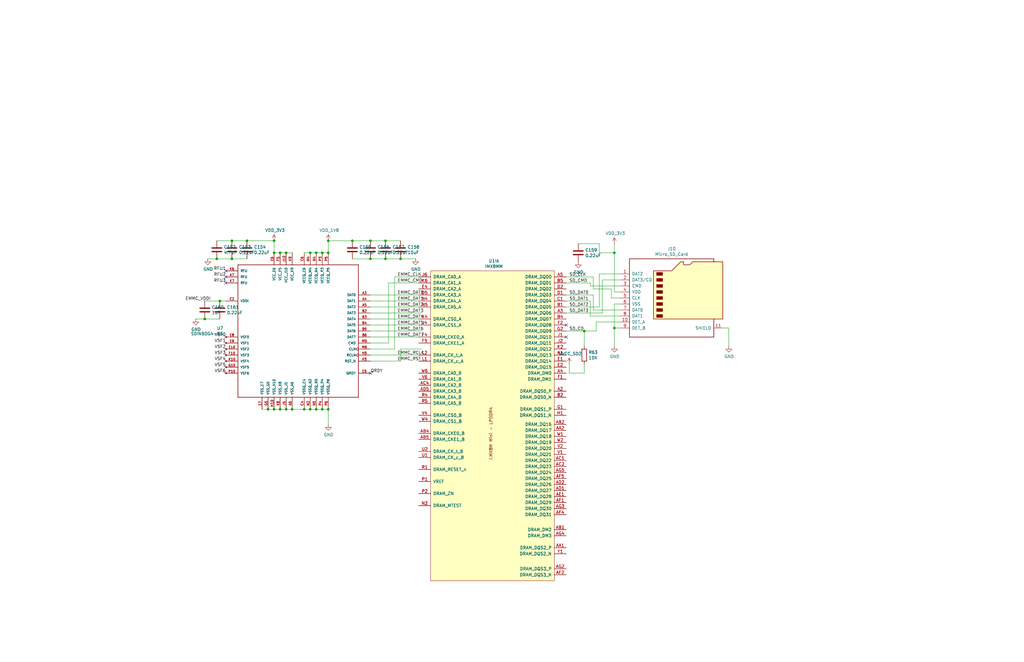
<source format=kicad_sch>
(kicad_sch (version 20231120) (generator "eeschema") (generator_version "8.0")
  (paper "USLedger")
  (title_block (title "kimχ micro") (date "2020-09-27") (rev "0.91") (company "GroupGets, LLC") (comment 2 "https://www.ohwr.org/project/cernohl/wikis/Documents/CERN-OHL-version-2") (comment 3 "Licensed CERN-OHL-S V.2") (comment 4 "Copyright © 2020 GroupGets, LLC"))
  (junction (at 120.65 106.68))
  (junction (at 133.35 172.72))
  (junction (at 148.59 101.6))
  (junction (at 156.21 109.22))
  (junction (at 97.79 101.6))
  (junction (at 104.14 101.6))
  (junction (at 115.57 172.72))
  (junction (at 97.79 109.22))
  (junction (at 156.21 101.6))
  (junction (at 138.43 101.6))
  (junction (at 92.71 127))
  (junction (at 123.19 172.72))
  (junction (at 133.35 106.68))
  (junction (at 115.57 106.68))
  (junction (at 135.89 172.72))
  (junction (at 138.43 106.68))
  (junction (at 91.44 109.22))
  (junction (at 118.11 172.72))
  (junction (at 118.11 106.68))
  (junction (at 113.03 172.72))
  (junction (at 130.81 172.72))
  (junction (at 120.65 172.72))
  (junction (at 128.27 172.72))
  (junction (at 138.43 172.72))
  (junction (at 162.56 101.6))
  (junction (at 162.56 109.22))
  (junction (at 259.08 106.68))
  (junction (at 130.81 106.68))
  (junction (at 135.89 106.68))
  (junction (at 168.91 109.22))
  (junction (at 259.08 138.43))
  (junction (at 86.36 134.62))
  (junction (at 115.57 101.6))
  (junction (at 246.38 139.7))
  (no_connect (at 156.21 157.48))
  (no_connect (at 95.25 116.84))
  (no_connect (at 238.76 142.24))
  (no_connect (at 95.25 114.3))
  (no_connect (at 95.25 119.38))
  (no_connect (at 238.76 137.16))
  (wire (pts (xy 246.38 139.7) (xy 251.46 139.7)))
  (wire (pts (xy 115.57 172.72) (xy 113.03 172.72)))
  (wire (pts (xy 156.21 101.6) (xy 148.59 101.6)))
  (wire (pts (xy 177.8 149.86) (xy 156.21 149.86)))
  (wire (pts (xy 261.62 138.43) (xy 259.08 138.43)))
  (wire (pts (xy 259.08 106.68) (xy 259.08 123.19)))
  (wire (pts (xy 138.43 106.68) (xy 135.89 106.68)))
  (wire (pts (xy 128.27 172.72) (xy 123.19 172.72)))
  (wire (pts (xy 115.57 101.6) (xy 104.14 101.6)))
  (wire (pts (xy 238.76 119.38) (xy 248.92 119.38)))
  (wire (pts (xy 248.92 127) (xy 248.92 133.35)))
  (wire (pts (xy 120.65 172.72) (xy 118.11 172.72)))
  (wire (pts (xy 243.84 102.87) (xy 252.73 102.87)))
  (wire (pts (xy 120.65 106.68) (xy 123.19 106.68)))
  (wire (pts (xy 246.38 146.05) (xy 246.38 139.7)))
  (wire (pts (xy 257.81 121.92) (xy 257.81 125.73)))
  (wire (pts (xy 177.8 142.24) (xy 156.21 142.24)))
  (wire (pts (xy 307.34 138.43) (xy 307.34 146.05)))
  (wire (pts (xy 91.44 109.22) (xy 97.79 109.22)))
  (wire (pts (xy 177.8 127) (xy 156.21 127)))
  (wire (pts (xy 177.8 137.16) (xy 156.21 137.16)))
  (wire (pts (xy 91.44 101.6) (xy 97.79 101.6)))
  (wire (pts (xy 115.57 106.68) (xy 118.11 106.68)))
  (wire (pts (xy 148.59 101.6) (xy 138.43 101.6)))
  (wire (pts (xy 250.19 116.84) (xy 250.19 121.92)))
  (wire (pts (xy 238.76 127) (xy 248.92 127)))
  (wire (pts (xy 86.36 127) (xy 92.71 127)))
  (wire (pts (xy 259.08 138.43) (xy 259.08 146.05)))
  (wire (pts (xy 252.73 129.54) (xy 252.73 115.57)))
  (wire (pts (xy 163.83 144.78) (xy 156.21 144.78)))
  (wire (pts (xy 238.76 132.08) (xy 254 132.08)))
  (wire (pts (xy 168.91 109.22) (xy 162.56 109.22)))
  (wire (pts (xy 92.71 127) (xy 95.25 127)))
  (wire (pts (xy 162.56 101.6) (xy 156.21 101.6)))
  (wire (pts (xy 156.21 134.62) (xy 177.8 134.62)))
  (wire (pts (xy 240.03 157.48) (xy 246.38 157.48)))
  (wire (pts (xy 92.71 134.62) (xy 86.36 134.62)))
  (wire (pts (xy 130.81 106.68) (xy 128.27 106.68)))
  (wire (pts (xy 86.36 134.62) (xy 82.55 134.62)))
  (wire (pts (xy 118.11 106.68) (xy 120.65 106.68)))
  (wire (pts (xy 168.91 152.4) (xy 156.21 152.4)))
  (wire (pts (xy 115.57 101.6) (xy 115.57 106.68)))
  (wire (pts (xy 138.43 172.72) (xy 135.89 172.72)))
  (wire (pts (xy 251.46 135.89) (xy 251.46 139.7)))
  (wire (pts (xy 156.21 124.46) (xy 177.8 124.46)))
  (wire (pts (xy 135.89 106.68) (xy 133.35 106.68)))
  (wire (pts (xy 259.08 102.87) (xy 259.08 106.68)))
  (wire (pts (xy 130.81 172.72) (xy 128.27 172.72)))
  (wire (pts (xy 261.62 128.27) (xy 259.08 128.27)))
  (wire (pts (xy 259.08 123.19) (xy 261.62 123.19)))
  (wire (pts (xy 251.46 135.89) (xy 261.62 135.89)))
  (wire (pts (xy 87.63 109.22) (xy 91.44 109.22)))
  (wire (pts (xy 168.91 147.32) (xy 168.91 152.4)))
  (wire (pts (xy 250.19 130.81) (xy 261.62 130.81)))
  (wire (pts (xy 123.19 172.72) (xy 120.65 172.72)))
  (wire (pts (xy 257.81 125.73) (xy 261.62 125.73)))
  (wire (pts (xy 156.21 109.22) (xy 148.59 109.22)))
  (wire (pts (xy 304.8 138.43) (xy 307.34 138.43)))
  (wire (pts (xy 254 118.11) (xy 261.62 118.11)))
  (wire (pts (xy 138.43 101.6) (xy 138.43 106.68)))
  (wire (pts (xy 250.19 124.46) (xy 250.19 130.81)))
  (wire (pts (xy 238.76 139.7) (xy 246.38 139.7)))
  (wire (pts (xy 118.11 172.72) (xy 115.57 172.72)))
  (wire (pts (xy 254 132.08) (xy 254 118.11)))
  (wire (pts (xy 138.43 179.07) (xy 138.43 172.72)))
  (wire (pts (xy 177.8 147.32) (xy 168.91 147.32)))
  (wire (pts (xy 248.92 120.65) (xy 261.62 120.65)))
  (wire (pts (xy 177.8 119.38) (xy 163.83 119.38)))
  (wire (pts (xy 162.56 109.22) (xy 156.21 109.22)))
  (wire (pts (xy 156.21 129.54) (xy 177.8 129.54)))
  (wire (pts (xy 163.83 119.38) (xy 163.83 144.78)))
  (wire (pts (xy 250.19 121.92) (xy 257.81 121.92)))
  (wire (pts (xy 240.03 153.67) (xy 240.03 157.48)))
  (wire (pts (xy 166.37 147.32) (xy 156.21 147.32)))
  (wire (pts (xy 177.8 116.84) (xy 166.37 116.84)))
  (wire (pts (xy 133.35 106.68) (xy 130.81 106.68)))
  (wire (pts (xy 248.92 119.38) (xy 248.92 120.65)))
  (wire (pts (xy 238.76 116.84) (xy 250.19 116.84)))
  (wire (pts (xy 175.26 109.22) (xy 168.91 109.22)))
  (wire (pts (xy 177.8 132.08) (xy 156.21 132.08)))
  (wire (pts (xy 252.73 106.68) (xy 252.73 102.87)))
  (wire (pts (xy 238.76 129.54) (xy 252.73 129.54)))
  (wire (pts (xy 113.03 172.72) (xy 110.49 172.72)))
  (wire (pts (xy 252.73 115.57) (xy 261.62 115.57)))
  (wire (pts (xy 133.35 172.72) (xy 130.81 172.72)))
  (wire (pts (xy 259.08 128.27) (xy 259.08 138.43)))
  (wire (pts (xy 97.79 109.22) (xy 104.14 109.22)))
  (wire (pts (xy 238.76 124.46) (xy 250.19 124.46)))
  (wire (pts (xy 97.79 101.6) (xy 104.14 101.6)))
  (wire (pts (xy 246.38 157.48) (xy 246.38 153.67)))
  (wire (pts (xy 166.37 116.84) (xy 166.37 147.32)))
  (wire (pts (xy 259.08 106.68) (xy 252.73 106.68)))
  (wire (pts (xy 135.89 172.72) (xy 133.35 172.72)))
  (wire (pts (xy 248.92 133.35) (xy 261.62 133.35)))
  (wire (pts (xy 156.21 139.7) (xy 177.8 139.7)))
  (wire (pts (xy 168.91 101.6) (xy 162.56 101.6)))
  (label "VSF3" (at 95.25 149.86 180))
  (label "EMMC_RST" (at 167.64 152.4 0))
  (label "VSF4" (at 95.25 152.4 180))
  (label "SD_DAT0" (at 240.03 124.46 0))
  (label "RFU2" (at 95.25 116.84 180))
  (label "VSF0" (at 95.25 142.24 180))
  (label "EMMC_DAT2" (at 167.64 129.54 0))
  (label "EMMC_RCLK" (at 167.64 149.86 0))
  (label "EMMC_VDDI" (at 88.9 127 180))
  (label "SD_DAT3" (at 240.03 132.08 0))
  (label "EMMC_DAT7" (at 167.64 142.24 0))
  (label "SD_CD" (at 240.03 139.7 0))
  (label "EMMC_CMD" (at 167.64 119.38 0))
  (label "EMMC_DAT1" (at 167.64 127 0))
  (label "VSF2" (at 95.25 147.32 180))
  (label "EMMC_DAT5" (at 167.64 137.16 0))
  (label "EMMC_CLK" (at 167.64 116.84 0))
  (label "SD_CLK" (at 240.03 116.84 0))
  (label "EMMC_DAT4" (at 167.64 134.62 0))
  (label "EMMC_DAT0" (at 167.64 124.46 0))
  (label "QRDY" (at 156.21 157.48 0))
  (label "SD_DAT1" (at 240.03 127 0))
  (label "EMMC_DAT6" (at 167.64 139.7 0))
  (label "VSF1" (at 95.25 144.78 180))
  (label "EMMC_DAT3" (at 167.64 132.08 0))
  (label "RFU1" (at 95.25 114.3 180))
  (label "RFU3" (at 95.25 119.38 180))
  (label "VSF6" (at 95.25 157.48 180))
  (label "SD_DAT2" (at 240.03 129.54 0))
  (label "VSF5" (at 95.25 154.94 180))
  (label "SD_CMD" (at 240.03 119.38 0))
  (symbol (lib_id "mxenc:MIMX8MM6DVTLZAA") (at 208.28 182.88 0) (unit 1)
    (property "Reference" "U1I" (at 208.28 110.109 0))
    (property "Value" "IMX8MM" (at 208.28 112.4204 0))
    (property "Footprint" "mxenc:BGA-729_27x27_14.0x14.0mm" (effects (hide yes)))
    (property "Mfgr" "NXP" (effects (hide yes)))
    (property "Vendorpart" "568-15276-ND" (effects (hide yes)))
    (property "Mfgrpart" "MIMX8MM6CVTKZAA" (effects (hide yes)))
  )
  (symbol (lib_name "mxenc:SDINBDG4-8G") (lib_id "mxenc:SDINBDG4-8G") (at 125.73 139.7 0) (unit 1)
    (property "Reference" "U7" (at 94.1578 138.5316 0) (effects (justify right)))
    (property "Value" "SDINBDG4-8G" (at 94.1578 140.843 0) (effects (justify right)))
    (property "Footprint" "mxenc:BGA153C50P14X14_1300X1150X80N" (effects (hide yes)))
    (property "Mfgr" "SanDisk" (effects (hide yes)))
    (property "Vendor" "Mouser" (effects (hide yes)))
    (property "Vendorpart" "467-SDINBDG4-8G-I1" (effects (hide yes)))
    (property "Mfgrpart" "SDINBDG4-8G-I1" (effects (hide yes)))
  )
  (symbol (lib_id "power:GND") (at 138.43 179.07 0) (unit 1)
    (property "Reference" "#PWR0184" (effects (hide yes)))
    (property "Value" "GND" (at 138.557 183.4642 0))
  )
  (symbol (lib_id "power:GND") (at 82.55 134.62 0) (unit 1)
    (property "Reference" "#PWR0180" (effects (hide yes)))
    (property "Value" "GND" (at 82.677 139.0142 0))
  )
  (symbol (lib_id "mxenc:VDD_1V8") (at 138.43 101.6 0) (unit 1)
    (property "Reference" "#PWR0175" (effects (hide yes)))
    (property "Value" "VDD_1V8" (at 138.811 97.2058 0))
  )
  (symbol (lib_id "mxenc:VDD_3V3") (at 115.57 101.6 0) (unit 1)
    (property "Reference" "#PWR0174" (effects (hide yes)))
    (property "Value" "VDD_3V3" (at 115.951 97.2058 0))
  )
  (symbol (lib_id "power:GND") (at 259.08 146.05 0) (unit 1)
    (property "Reference" "#PWR0181" (effects (hide yes)))
    (property "Value" "GND" (at 259.207 150.4442 0))
  )
  (symbol (lib_id "Device:R") (at 246.38 149.86 0) (unit 1)
    (property "Reference" "R63" (at 248.158 148.6916 0) (effects (justify left)))
    (property "Value" "10K" (at 248.158 151.003 0) (effects (justify left)))
    (property "Footprint" "Resistor_SMD:R_0402_1005Metric" (effects (hide yes)))
    (property "Mfgr" "Panasonic" (effects (hide yes)))
    (property "Vendorpart" "P10KJCT-ND" (effects (hide yes)))
    (property "Mfgrpart" "ERJ-2GEJ103X" (effects (hide yes)))
  )
  (symbol (lib_id "Device:C") (at 243.84 106.68 0) (unit 1)
    (property "Reference" "C159" (at 246.761 105.5116 0) (effects (justify left)))
    (property "Value" "0.22uF" (at 246.761 107.823 0) (effects (justify left)))
    (property "Footprint" "Capacitor_SMD:C_0402_1005Metric" (effects (hide yes)))
    (property "Mfgr" "Murata" (effects (hide yes)))
    (property "Vendorpart" "490-10446-1-ND" (effects (hide yes)))
    (property "Mfgrpart" "GRM155C8YA224ME01D" (effects (hide yes)))
  )
  (symbol (lib_id "power:GND") (at 243.84 110.49 0) (unit 1)
    (property "Reference" "#PWR0179" (effects (hide yes)))
    (property "Value" "GND" (at 243.967 114.8842 0))
  )
  (symbol (lib_id "Device:C") (at 148.59 105.41 0) (unit 1)
    (property "Reference" "C155" (at 151.511 104.2416 0) (effects (justify left)))
    (property "Value" "0.22uF" (at 151.511 106.553 0) (effects (justify left)))
    (property "Footprint" "Capacitor_SMD:C_0201_0603Metric" (effects (hide yes)))
    (property "Mfgr" "Murata" (effects (hide yes)))
    (property "Vendorpart" "490-10392-1-ND" (effects (hide yes)))
    (property "Mfgrpart" "GRM033C80J224KE90D" (effects (hide yes)))
  )
  (symbol (lib_id "Device:C") (at 156.21 105.41 0) (unit 1)
    (property "Reference" "C156" (at 159.131 104.2416 0) (effects (justify left)))
    (property "Value" "0.22uF" (at 159.131 106.553 0) (effects (justify left)))
    (property "Footprint" "Capacitor_SMD:C_0201_0603Metric" (effects (hide yes)))
    (property "Mfgr" "Murata" (effects (hide yes)))
    (property "Vendorpart" "490-10392-1-ND" (effects (hide yes)))
    (property "Mfgrpart" "GRM033C80J224KE90D" (effects (hide yes)))
  )
  (symbol (lib_id "Device:C") (at 162.56 105.41 0) (unit 1)
    (property "Reference" "C157" (at 165.481 104.2416 0) (effects (justify left)))
    (property "Value" "0.22uF" (at 165.481 106.553 0) (effects (justify left)))
    (property "Footprint" "Capacitor_SMD:C_0201_0603Metric" (effects (hide yes)))
    (property "Mfgr" "Murata" (effects (hide yes)))
    (property "Vendorpart" "490-10392-1-ND" (effects (hide yes)))
    (property "Mfgrpart" "GRM033C80J224KE90D" (effects (hide yes)))
  )
  (symbol (lib_id "Device:C") (at 168.91 105.41 0) (unit 1)
    (property "Reference" "C158" (at 171.831 104.2416 0) (effects (justify left)))
    (property "Value" "10uF" (at 171.831 106.553 0) (effects (justify left)))
    (property "Footprint" "Capacitor_SMD:C_0402_1005Metric" (effects (hide yes)))
    (property "Mfgr" "Murata" (effects (hide yes)))
    (property "Vendorpart" "490-13233-1-ND" (effects (hide yes)))
    (property "Mfgrpart" "GRM155C80J106ME11D" (effects (hide yes)))
  )
  (symbol (lib_id "power:GND") (at 175.26 109.22 0) (unit 1)
    (property "Reference" "#PWR0178" (effects (hide yes)))
    (property "Value" "GND" (at 175.387 113.6142 0))
  )
  (symbol (lib_id "Device:C") (at 104.14 105.41 0) (unit 1)
    (property "Reference" "C154" (at 107.061 104.2416 0) (effects (justify left)))
    (property "Value" "0.22uF" (at 107.061 106.553 0) (effects (justify left)))
    (property "Footprint" "Capacitor_SMD:C_0201_0603Metric" (effects (hide yes)))
    (property "Mfgr" "Murata" (effects (hide yes)))
    (property "Vendorpart" "490-10392-1-ND" (effects (hide yes)))
    (property "Mfgrpart" "GRM033C80J224KE90D" (effects (hide yes)))
  )
  (symbol (lib_id "power:GND") (at 87.63 109.22 0) (unit 1)
    (property "Reference" "#PWR0177" (effects (hide yes)))
    (property "Value" "GND" (at 87.757 113.6142 0))
  )
  (symbol (lib_id "Device:C") (at 97.79 105.41 0) (unit 1)
    (property "Reference" "C153" (at 100.711 104.2416 0) (effects (justify left)))
    (property "Value" "0.22uF" (at 100.711 106.553 0) (effects (justify left)))
    (property "Footprint" "Capacitor_SMD:C_0201_0603Metric" (effects (hide yes)))
    (property "Mfgr" "Murata" (effects (hide yes)))
    (property "Vendorpart" "490-10392-1-ND" (effects (hide yes)))
    (property "Mfgrpart" "GRM033C80J224KE90D" (effects (hide yes)))
  )
  (symbol (lib_id "Device:C") (at 91.44 105.41 0) (unit 1)
    (property "Reference" "C152" (at 94.361 104.2416 0) (effects (justify left)))
    (property "Value" "4.7uF" (at 94.361 106.553 0) (effects (justify left)))
    (property "Footprint" "Capacitor_SMD:C_0402_1005Metric" (effects (hide yes)))
    (property "Mfgr" "Murata" (effects (hide yes)))
    (property "Vendorpart" "490-14458-1-ND" (effects (hide yes)))
    (property "Mfgrpart" "GRM155C80J475MEAAD" (effects (hide yes)))
  )
  (symbol (lib_id "Device:C") (at 92.71 130.81 0) (unit 1)
    (property "Reference" "C161" (at 95.631 129.6416 0) (effects (justify left)))
    (property "Value" "0.22uF" (at 95.631 131.953 0) (effects (justify left)))
    (property "Footprint" "Capacitor_SMD:C_0201_0603Metric" (effects (hide yes)))
    (property "Mfgr" "Murata" (effects (hide yes)))
    (property "Vendorpart" "490-10392-1-ND" (effects (hide yes)))
    (property "Mfgrpart" "GRM033C80J224KE90D" (effects (hide yes)))
  )
  (symbol (lib_id "Device:C") (at 86.36 130.81 0) (unit 1)
    (property "Reference" "C160" (at 89.281 129.6416 0) (effects (justify left)))
    (property "Value" "1uF" (at 89.281 131.953 0) (effects (justify left)))
    (property "Footprint" "Capacitor_SMD:C_0402_1005Metric" (effects (hide yes)))
    (property "Mfgr" "Murata" (effects (hide yes)))
    (property "Vendorpart" "490-12699-1-ND" (effects (hide yes)))
    (property "Mfgrpart" "GRM155C81A105KA12D" (effects (hide yes)))
  )
  (symbol (lib_id "Connector:Micro_SD_Card_Det") (at 284.48 125.73 0) (unit 1)
    (property "Reference" "J10" (at 283.21 104.9782 0))
    (property "Value" "Micro_SD_Card" (at 283.21 107.2896 0))
    (property "Footprint" "mxenc:114-00841-68" (effects (hide yes)))
    (property "Datasheet" "http://katalog.we-online.de/em/datasheet/693072010801.pdf" (effects (hide yes)))
    (property "Mfgr" "Amphenol" (effects (hide yes)))
    (property "Vendorpart" "114-00841-68-1-ND" (effects (hide yes)))
    (property "Mfgrpart" "114-00841-68" (effects (hide yes)))
  )
  (symbol (lib_id "mxenc:NVCC_SD2") (at 240.03 153.67 0) (unit 1)
    (property "Reference" "#PWR0183" (effects (hide yes)))
    (property "Value" "NVCC_SD2" (at 240.411 149.2758 0))
  )
  (symbol (lib_id "power:GND") (at 307.34 146.05 0) (unit 1)
    (property "Reference" "#PWR0182" (effects (hide yes)))
    (property "Value" "GND" (at 307.467 150.4442 0))
  )
  (symbol (lib_id "mxenc:VDD_3V3") (at 259.08 102.87 0) (unit 1)
    (property "Reference" "#PWR0176" (effects (hide yes)))
    (property "Value" "VDD_3V3" (at 259.461 98.4758 0))
  )
)
</source>
